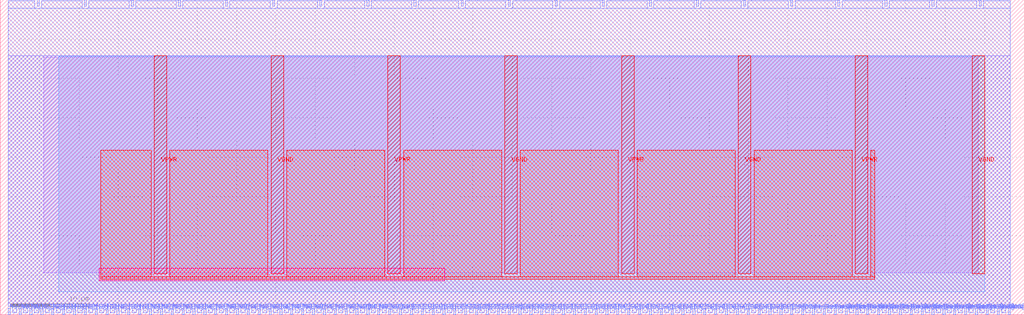
<source format=lef>
VERSION 5.7 ;
  NOWIREEXTENSIONATPIN ON ;
  DIVIDERCHAR "/" ;
  BUSBITCHARS "[]" ;
MACRO N_term_RAM_IO
  CLASS BLOCK ;
  FOREIGN N_term_RAM_IO ;
  ORIGIN 0.000 0.000 ;
  SIZE 130.000 BY 40.000 ;
  PIN FrameStrobe[0]
    DIRECTION INPUT ;
    USE SIGNAL ;
    ANTENNAGATEAREA 0.196500 ;
    PORT
      LAYER met2 ;
        RECT 101.750 0.000 102.030 0.800 ;
    END
  END FrameStrobe[0]
  PIN FrameStrobe[10]
    DIRECTION INPUT ;
    USE SIGNAL ;
    ANTENNAGATEAREA 0.196500 ;
    PORT
      LAYER met2 ;
        RECT 115.550 0.000 115.830 0.800 ;
    END
  END FrameStrobe[10]
  PIN FrameStrobe[11]
    DIRECTION INPUT ;
    USE SIGNAL ;
    ANTENNAGATEAREA 0.196500 ;
    PORT
      LAYER met2 ;
        RECT 116.930 0.000 117.210 0.800 ;
    END
  END FrameStrobe[11]
  PIN FrameStrobe[12]
    DIRECTION INPUT ;
    USE SIGNAL ;
    ANTENNAGATEAREA 0.196500 ;
    PORT
      LAYER met2 ;
        RECT 118.310 0.000 118.590 0.800 ;
    END
  END FrameStrobe[12]
  PIN FrameStrobe[13]
    DIRECTION INPUT ;
    USE SIGNAL ;
    ANTENNAGATEAREA 0.196500 ;
    PORT
      LAYER met2 ;
        RECT 119.690 0.000 119.970 0.800 ;
    END
  END FrameStrobe[13]
  PIN FrameStrobe[14]
    DIRECTION INPUT ;
    USE SIGNAL ;
    ANTENNAGATEAREA 0.196500 ;
    PORT
      LAYER met2 ;
        RECT 121.070 0.000 121.350 0.800 ;
    END
  END FrameStrobe[14]
  PIN FrameStrobe[15]
    DIRECTION INPUT ;
    USE SIGNAL ;
    ANTENNAGATEAREA 0.196500 ;
    PORT
      LAYER met2 ;
        RECT 122.450 0.000 122.730 0.800 ;
    END
  END FrameStrobe[15]
  PIN FrameStrobe[16]
    DIRECTION INPUT ;
    USE SIGNAL ;
    ANTENNAGATEAREA 0.196500 ;
    PORT
      LAYER met2 ;
        RECT 123.830 0.000 124.110 0.800 ;
    END
  END FrameStrobe[16]
  PIN FrameStrobe[17]
    DIRECTION INPUT ;
    USE SIGNAL ;
    ANTENNAGATEAREA 0.196500 ;
    PORT
      LAYER met2 ;
        RECT 125.210 0.000 125.490 0.800 ;
    END
  END FrameStrobe[17]
  PIN FrameStrobe[18]
    DIRECTION INPUT ;
    USE SIGNAL ;
    ANTENNAGATEAREA 0.196500 ;
    PORT
      LAYER met2 ;
        RECT 126.590 0.000 126.870 0.800 ;
    END
  END FrameStrobe[18]
  PIN FrameStrobe[19]
    DIRECTION INPUT ;
    USE SIGNAL ;
    ANTENNAGATEAREA 0.196500 ;
    PORT
      LAYER met2 ;
        RECT 127.970 0.000 128.250 0.800 ;
    END
  END FrameStrobe[19]
  PIN FrameStrobe[1]
    DIRECTION INPUT ;
    USE SIGNAL ;
    ANTENNAGATEAREA 0.196500 ;
    PORT
      LAYER met2 ;
        RECT 103.130 0.000 103.410 0.800 ;
    END
  END FrameStrobe[1]
  PIN FrameStrobe[2]
    DIRECTION INPUT ;
    USE SIGNAL ;
    ANTENNAGATEAREA 0.196500 ;
    PORT
      LAYER met2 ;
        RECT 104.510 0.000 104.790 0.800 ;
    END
  END FrameStrobe[2]
  PIN FrameStrobe[3]
    DIRECTION INPUT ;
    USE SIGNAL ;
    ANTENNAGATEAREA 0.196500 ;
    PORT
      LAYER met2 ;
        RECT 105.890 0.000 106.170 0.800 ;
    END
  END FrameStrobe[3]
  PIN FrameStrobe[4]
    DIRECTION INPUT ;
    USE SIGNAL ;
    ANTENNAGATEAREA 0.196500 ;
    PORT
      LAYER met2 ;
        RECT 107.270 0.000 107.550 0.800 ;
    END
  END FrameStrobe[4]
  PIN FrameStrobe[5]
    DIRECTION INPUT ;
    USE SIGNAL ;
    ANTENNAGATEAREA 0.196500 ;
    PORT
      LAYER met2 ;
        RECT 108.650 0.000 108.930 0.800 ;
    END
  END FrameStrobe[5]
  PIN FrameStrobe[6]
    DIRECTION INPUT ;
    USE SIGNAL ;
    ANTENNAGATEAREA 0.196500 ;
    PORT
      LAYER met2 ;
        RECT 110.030 0.000 110.310 0.800 ;
    END
  END FrameStrobe[6]
  PIN FrameStrobe[7]
    DIRECTION INPUT ;
    USE SIGNAL ;
    ANTENNAGATEAREA 0.196500 ;
    PORT
      LAYER met2 ;
        RECT 111.410 0.000 111.690 0.800 ;
    END
  END FrameStrobe[7]
  PIN FrameStrobe[8]
    DIRECTION INPUT ;
    USE SIGNAL ;
    ANTENNAGATEAREA 0.196500 ;
    PORT
      LAYER met2 ;
        RECT 112.790 0.000 113.070 0.800 ;
    END
  END FrameStrobe[8]
  PIN FrameStrobe[9]
    DIRECTION INPUT ;
    USE SIGNAL ;
    ANTENNAGATEAREA 0.196500 ;
    PORT
      LAYER met2 ;
        RECT 114.170 0.000 114.450 0.800 ;
    END
  END FrameStrobe[9]
  PIN FrameStrobe_O[0]
    DIRECTION OUTPUT TRISTATE ;
    USE SIGNAL ;
    ANTENNADIFFAREA 0.445500 ;
    PORT
      LAYER met2 ;
        RECT 10.670 39.200 10.950 40.000 ;
    END
  END FrameStrobe_O[0]
  PIN FrameStrobe_O[10]
    DIRECTION OUTPUT TRISTATE ;
    USE SIGNAL ;
    ANTENNADIFFAREA 0.795200 ;
    PORT
      LAYER met2 ;
        RECT 70.470 39.200 70.750 40.000 ;
    END
  END FrameStrobe_O[10]
  PIN FrameStrobe_O[11]
    DIRECTION OUTPUT TRISTATE ;
    USE SIGNAL ;
    ANTENNADIFFAREA 0.795200 ;
    PORT
      LAYER met2 ;
        RECT 76.450 39.200 76.730 40.000 ;
    END
  END FrameStrobe_O[11]
  PIN FrameStrobe_O[12]
    DIRECTION OUTPUT TRISTATE ;
    USE SIGNAL ;
    ANTENNADIFFAREA 0.795200 ;
    PORT
      LAYER met2 ;
        RECT 82.430 39.200 82.710 40.000 ;
    END
  END FrameStrobe_O[12]
  PIN FrameStrobe_O[13]
    DIRECTION OUTPUT TRISTATE ;
    USE SIGNAL ;
    ANTENNADIFFAREA 0.795200 ;
    PORT
      LAYER met2 ;
        RECT 88.410 39.200 88.690 40.000 ;
    END
  END FrameStrobe_O[13]
  PIN FrameStrobe_O[14]
    DIRECTION OUTPUT TRISTATE ;
    USE SIGNAL ;
    ANTENNADIFFAREA 0.795200 ;
    PORT
      LAYER met2 ;
        RECT 94.390 39.200 94.670 40.000 ;
    END
  END FrameStrobe_O[14]
  PIN FrameStrobe_O[15]
    DIRECTION OUTPUT TRISTATE ;
    USE SIGNAL ;
    ANTENNADIFFAREA 0.445500 ;
    PORT
      LAYER met2 ;
        RECT 100.370 39.200 100.650 40.000 ;
    END
  END FrameStrobe_O[15]
  PIN FrameStrobe_O[16]
    DIRECTION OUTPUT TRISTATE ;
    USE SIGNAL ;
    ANTENNADIFFAREA 0.445500 ;
    PORT
      LAYER met2 ;
        RECT 106.350 39.200 106.630 40.000 ;
    END
  END FrameStrobe_O[16]
  PIN FrameStrobe_O[17]
    DIRECTION OUTPUT TRISTATE ;
    USE SIGNAL ;
    ANTENNADIFFAREA 0.795200 ;
    PORT
      LAYER met2 ;
        RECT 112.330 39.200 112.610 40.000 ;
    END
  END FrameStrobe_O[17]
  PIN FrameStrobe_O[18]
    DIRECTION OUTPUT TRISTATE ;
    USE SIGNAL ;
    ANTENNADIFFAREA 0.795200 ;
    PORT
      LAYER met2 ;
        RECT 118.310 39.200 118.590 40.000 ;
    END
  END FrameStrobe_O[18]
  PIN FrameStrobe_O[19]
    DIRECTION OUTPUT TRISTATE ;
    USE SIGNAL ;
    ANTENNADIFFAREA 0.795200 ;
    PORT
      LAYER met2 ;
        RECT 124.290 39.200 124.570 40.000 ;
    END
  END FrameStrobe_O[19]
  PIN FrameStrobe_O[1]
    DIRECTION OUTPUT TRISTATE ;
    USE SIGNAL ;
    ANTENNADIFFAREA 0.795200 ;
    PORT
      LAYER met2 ;
        RECT 16.650 39.200 16.930 40.000 ;
    END
  END FrameStrobe_O[1]
  PIN FrameStrobe_O[2]
    DIRECTION OUTPUT TRISTATE ;
    USE SIGNAL ;
    ANTENNADIFFAREA 0.795200 ;
    PORT
      LAYER met2 ;
        RECT 22.630 39.200 22.910 40.000 ;
    END
  END FrameStrobe_O[2]
  PIN FrameStrobe_O[3]
    DIRECTION OUTPUT TRISTATE ;
    USE SIGNAL ;
    ANTENNADIFFAREA 0.795200 ;
    PORT
      LAYER met2 ;
        RECT 28.610 39.200 28.890 40.000 ;
    END
  END FrameStrobe_O[3]
  PIN FrameStrobe_O[4]
    DIRECTION OUTPUT TRISTATE ;
    USE SIGNAL ;
    ANTENNADIFFAREA 0.795200 ;
    PORT
      LAYER met2 ;
        RECT 34.590 39.200 34.870 40.000 ;
    END
  END FrameStrobe_O[4]
  PIN FrameStrobe_O[5]
    DIRECTION OUTPUT TRISTATE ;
    USE SIGNAL ;
    ANTENNADIFFAREA 0.795200 ;
    PORT
      LAYER met2 ;
        RECT 40.570 39.200 40.850 40.000 ;
    END
  END FrameStrobe_O[5]
  PIN FrameStrobe_O[6]
    DIRECTION OUTPUT TRISTATE ;
    USE SIGNAL ;
    ANTENNADIFFAREA 0.795200 ;
    PORT
      LAYER met2 ;
        RECT 46.550 39.200 46.830 40.000 ;
    END
  END FrameStrobe_O[6]
  PIN FrameStrobe_O[7]
    DIRECTION OUTPUT TRISTATE ;
    USE SIGNAL ;
    ANTENNADIFFAREA 0.795200 ;
    PORT
      LAYER met2 ;
        RECT 52.530 39.200 52.810 40.000 ;
    END
  END FrameStrobe_O[7]
  PIN FrameStrobe_O[8]
    DIRECTION OUTPUT TRISTATE ;
    USE SIGNAL ;
    ANTENNADIFFAREA 0.445500 ;
    PORT
      LAYER met2 ;
        RECT 58.510 39.200 58.790 40.000 ;
    END
  END FrameStrobe_O[8]
  PIN FrameStrobe_O[9]
    DIRECTION OUTPUT TRISTATE ;
    USE SIGNAL ;
    ANTENNADIFFAREA 0.445500 ;
    PORT
      LAYER met2 ;
        RECT 64.490 39.200 64.770 40.000 ;
    END
  END FrameStrobe_O[9]
  PIN N1END[0]
    DIRECTION INPUT ;
    USE SIGNAL ;
    ANTENNAGATEAREA 0.196500 ;
    PORT
      LAYER met2 ;
        RECT 1.010 0.000 1.290 0.800 ;
    END
  END N1END[0]
  PIN N1END[1]
    DIRECTION INPUT ;
    USE SIGNAL ;
    ANTENNAGATEAREA 0.196500 ;
    PORT
      LAYER met2 ;
        RECT 2.390 0.000 2.670 0.800 ;
    END
  END N1END[1]
  PIN N1END[2]
    DIRECTION INPUT ;
    USE SIGNAL ;
    ANTENNAGATEAREA 0.196500 ;
    PORT
      LAYER met2 ;
        RECT 3.770 0.000 4.050 0.800 ;
    END
  END N1END[2]
  PIN N1END[3]
    DIRECTION INPUT ;
    USE SIGNAL ;
    ANTENNAGATEAREA 0.196500 ;
    PORT
      LAYER met2 ;
        RECT 5.150 0.000 5.430 0.800 ;
    END
  END N1END[3]
  PIN N2END[0]
    DIRECTION INPUT ;
    USE SIGNAL ;
    ANTENNAGATEAREA 0.196500 ;
    PORT
      LAYER met2 ;
        RECT 17.570 0.000 17.850 0.800 ;
    END
  END N2END[0]
  PIN N2END[1]
    DIRECTION INPUT ;
    USE SIGNAL ;
    ANTENNAGATEAREA 0.196500 ;
    PORT
      LAYER met2 ;
        RECT 18.950 0.000 19.230 0.800 ;
    END
  END N2END[1]
  PIN N2END[2]
    DIRECTION INPUT ;
    USE SIGNAL ;
    ANTENNAGATEAREA 0.196500 ;
    PORT
      LAYER met2 ;
        RECT 20.330 0.000 20.610 0.800 ;
    END
  END N2END[2]
  PIN N2END[3]
    DIRECTION INPUT ;
    USE SIGNAL ;
    ANTENNAGATEAREA 0.196500 ;
    PORT
      LAYER met2 ;
        RECT 21.710 0.000 21.990 0.800 ;
    END
  END N2END[3]
  PIN N2END[4]
    DIRECTION INPUT ;
    USE SIGNAL ;
    ANTENNAGATEAREA 0.196500 ;
    PORT
      LAYER met2 ;
        RECT 23.090 0.000 23.370 0.800 ;
    END
  END N2END[4]
  PIN N2END[5]
    DIRECTION INPUT ;
    USE SIGNAL ;
    ANTENNAGATEAREA 0.196500 ;
    PORT
      LAYER met2 ;
        RECT 24.470 0.000 24.750 0.800 ;
    END
  END N2END[5]
  PIN N2END[6]
    DIRECTION INPUT ;
    USE SIGNAL ;
    ANTENNAGATEAREA 0.196500 ;
    PORT
      LAYER met2 ;
        RECT 25.850 0.000 26.130 0.800 ;
    END
  END N2END[6]
  PIN N2END[7]
    DIRECTION INPUT ;
    USE SIGNAL ;
    ANTENNAGATEAREA 0.196500 ;
    PORT
      LAYER met2 ;
        RECT 27.230 0.000 27.510 0.800 ;
    END
  END N2END[7]
  PIN N2MID[0]
    DIRECTION INPUT ;
    USE SIGNAL ;
    ANTENNAGATEAREA 0.196500 ;
    PORT
      LAYER met2 ;
        RECT 6.530 0.000 6.810 0.800 ;
    END
  END N2MID[0]
  PIN N2MID[1]
    DIRECTION INPUT ;
    USE SIGNAL ;
    ANTENNAGATEAREA 0.196500 ;
    PORT
      LAYER met2 ;
        RECT 7.910 0.000 8.190 0.800 ;
    END
  END N2MID[1]
  PIN N2MID[2]
    DIRECTION INPUT ;
    USE SIGNAL ;
    ANTENNAGATEAREA 0.196500 ;
    PORT
      LAYER met2 ;
        RECT 9.290 0.000 9.570 0.800 ;
    END
  END N2MID[2]
  PIN N2MID[3]
    DIRECTION INPUT ;
    USE SIGNAL ;
    ANTENNAGATEAREA 0.196500 ;
    PORT
      LAYER met2 ;
        RECT 10.670 0.000 10.950 0.800 ;
    END
  END N2MID[3]
  PIN N2MID[4]
    DIRECTION INPUT ;
    USE SIGNAL ;
    ANTENNAGATEAREA 0.196500 ;
    PORT
      LAYER met2 ;
        RECT 12.050 0.000 12.330 0.800 ;
    END
  END N2MID[4]
  PIN N2MID[5]
    DIRECTION INPUT ;
    USE SIGNAL ;
    ANTENNAGATEAREA 0.196500 ;
    PORT
      LAYER met2 ;
        RECT 13.430 0.000 13.710 0.800 ;
    END
  END N2MID[5]
  PIN N2MID[6]
    DIRECTION INPUT ;
    USE SIGNAL ;
    ANTENNAGATEAREA 0.196500 ;
    PORT
      LAYER met2 ;
        RECT 14.810 0.000 15.090 0.800 ;
    END
  END N2MID[6]
  PIN N2MID[7]
    DIRECTION INPUT ;
    USE SIGNAL ;
    ANTENNAGATEAREA 0.196500 ;
    PORT
      LAYER met2 ;
        RECT 16.190 0.000 16.470 0.800 ;
    END
  END N2MID[7]
  PIN N4END[0]
    DIRECTION INPUT ;
    USE SIGNAL ;
    ANTENNAGATEAREA 0.196500 ;
    PORT
      LAYER met2 ;
        RECT 28.610 0.000 28.890 0.800 ;
    END
  END N4END[0]
  PIN N4END[10]
    DIRECTION INPUT ;
    USE SIGNAL ;
    ANTENNAGATEAREA 0.196500 ;
    PORT
      LAYER met2 ;
        RECT 42.410 0.000 42.690 0.800 ;
    END
  END N4END[10]
  PIN N4END[11]
    DIRECTION INPUT ;
    USE SIGNAL ;
    ANTENNAGATEAREA 0.196500 ;
    PORT
      LAYER met2 ;
        RECT 43.790 0.000 44.070 0.800 ;
    END
  END N4END[11]
  PIN N4END[12]
    DIRECTION INPUT ;
    USE SIGNAL ;
    ANTENNAGATEAREA 0.196500 ;
    PORT
      LAYER met2 ;
        RECT 45.170 0.000 45.450 0.800 ;
    END
  END N4END[12]
  PIN N4END[13]
    DIRECTION INPUT ;
    USE SIGNAL ;
    ANTENNAGATEAREA 0.196500 ;
    PORT
      LAYER met2 ;
        RECT 46.550 0.000 46.830 0.800 ;
    END
  END N4END[13]
  PIN N4END[14]
    DIRECTION INPUT ;
    USE SIGNAL ;
    ANTENNAGATEAREA 0.196500 ;
    PORT
      LAYER met2 ;
        RECT 47.930 0.000 48.210 0.800 ;
    END
  END N4END[14]
  PIN N4END[15]
    DIRECTION INPUT ;
    USE SIGNAL ;
    ANTENNAGATEAREA 0.196500 ;
    PORT
      LAYER met2 ;
        RECT 49.310 0.000 49.590 0.800 ;
    END
  END N4END[15]
  PIN N4END[1]
    DIRECTION INPUT ;
    USE SIGNAL ;
    ANTENNAGATEAREA 0.196500 ;
    PORT
      LAYER met2 ;
        RECT 29.990 0.000 30.270 0.800 ;
    END
  END N4END[1]
  PIN N4END[2]
    DIRECTION INPUT ;
    USE SIGNAL ;
    ANTENNAGATEAREA 0.196500 ;
    PORT
      LAYER met2 ;
        RECT 31.370 0.000 31.650 0.800 ;
    END
  END N4END[2]
  PIN N4END[3]
    DIRECTION INPUT ;
    USE SIGNAL ;
    ANTENNAGATEAREA 0.196500 ;
    PORT
      LAYER met2 ;
        RECT 32.750 0.000 33.030 0.800 ;
    END
  END N4END[3]
  PIN N4END[4]
    DIRECTION INPUT ;
    USE SIGNAL ;
    ANTENNAGATEAREA 0.196500 ;
    PORT
      LAYER met2 ;
        RECT 34.130 0.000 34.410 0.800 ;
    END
  END N4END[4]
  PIN N4END[5]
    DIRECTION INPUT ;
    USE SIGNAL ;
    ANTENNAGATEAREA 0.196500 ;
    PORT
      LAYER met2 ;
        RECT 35.510 0.000 35.790 0.800 ;
    END
  END N4END[5]
  PIN N4END[6]
    DIRECTION INPUT ;
    USE SIGNAL ;
    ANTENNAGATEAREA 0.196500 ;
    PORT
      LAYER met2 ;
        RECT 36.890 0.000 37.170 0.800 ;
    END
  END N4END[6]
  PIN N4END[7]
    DIRECTION INPUT ;
    USE SIGNAL ;
    ANTENNAGATEAREA 0.196500 ;
    PORT
      LAYER met2 ;
        RECT 38.270 0.000 38.550 0.800 ;
    END
  END N4END[7]
  PIN N4END[8]
    DIRECTION INPUT ;
    USE SIGNAL ;
    ANTENNAGATEAREA 0.196500 ;
    PORT
      LAYER met2 ;
        RECT 39.650 0.000 39.930 0.800 ;
    END
  END N4END[8]
  PIN N4END[9]
    DIRECTION INPUT ;
    USE SIGNAL ;
    ANTENNAGATEAREA 0.196500 ;
    PORT
      LAYER met2 ;
        RECT 41.030 0.000 41.310 0.800 ;
    END
  END N4END[9]
  PIN S1BEG[0]
    DIRECTION OUTPUT TRISTATE ;
    USE SIGNAL ;
    ANTENNADIFFAREA 0.445500 ;
    PORT
      LAYER met2 ;
        RECT 50.690 0.000 50.970 0.800 ;
    END
  END S1BEG[0]
  PIN S1BEG[1]
    DIRECTION OUTPUT TRISTATE ;
    USE SIGNAL ;
    ANTENNADIFFAREA 0.795200 ;
    PORT
      LAYER met2 ;
        RECT 52.070 0.000 52.350 0.800 ;
    END
  END S1BEG[1]
  PIN S1BEG[2]
    DIRECTION OUTPUT TRISTATE ;
    USE SIGNAL ;
    ANTENNADIFFAREA 0.445500 ;
    PORT
      LAYER met2 ;
        RECT 53.450 0.000 53.730 0.800 ;
    END
  END S1BEG[2]
  PIN S1BEG[3]
    DIRECTION OUTPUT TRISTATE ;
    USE SIGNAL ;
    ANTENNADIFFAREA 0.795200 ;
    PORT
      LAYER met2 ;
        RECT 54.830 0.000 55.110 0.800 ;
    END
  END S1BEG[3]
  PIN S2BEG[0]
    DIRECTION OUTPUT TRISTATE ;
    USE SIGNAL ;
    ANTENNADIFFAREA 0.445500 ;
    PORT
      LAYER met2 ;
        RECT 67.250 0.000 67.530 0.800 ;
    END
  END S2BEG[0]
  PIN S2BEG[1]
    DIRECTION OUTPUT TRISTATE ;
    USE SIGNAL ;
    ANTENNADIFFAREA 0.795200 ;
    PORT
      LAYER met2 ;
        RECT 68.630 0.000 68.910 0.800 ;
    END
  END S2BEG[1]
  PIN S2BEG[2]
    DIRECTION OUTPUT TRISTATE ;
    USE SIGNAL ;
    ANTENNADIFFAREA 0.445500 ;
    PORT
      LAYER met2 ;
        RECT 70.010 0.000 70.290 0.800 ;
    END
  END S2BEG[2]
  PIN S2BEG[3]
    DIRECTION OUTPUT TRISTATE ;
    USE SIGNAL ;
    ANTENNADIFFAREA 0.445500 ;
    PORT
      LAYER met2 ;
        RECT 71.390 0.000 71.670 0.800 ;
    END
  END S2BEG[3]
  PIN S2BEG[4]
    DIRECTION OUTPUT TRISTATE ;
    USE SIGNAL ;
    ANTENNADIFFAREA 0.445500 ;
    PORT
      LAYER met2 ;
        RECT 72.770 0.000 73.050 0.800 ;
    END
  END S2BEG[4]
  PIN S2BEG[5]
    DIRECTION OUTPUT TRISTATE ;
    USE SIGNAL ;
    ANTENNADIFFAREA 0.795200 ;
    PORT
      LAYER met2 ;
        RECT 74.150 0.000 74.430 0.800 ;
    END
  END S2BEG[5]
  PIN S2BEG[6]
    DIRECTION OUTPUT TRISTATE ;
    USE SIGNAL ;
    ANTENNADIFFAREA 0.795200 ;
    PORT
      LAYER met2 ;
        RECT 75.530 0.000 75.810 0.800 ;
    END
  END S2BEG[6]
  PIN S2BEG[7]
    DIRECTION OUTPUT TRISTATE ;
    USE SIGNAL ;
    ANTENNADIFFAREA 0.445500 ;
    PORT
      LAYER met2 ;
        RECT 76.910 0.000 77.190 0.800 ;
    END
  END S2BEG[7]
  PIN S2BEGb[0]
    DIRECTION OUTPUT TRISTATE ;
    USE SIGNAL ;
    ANTENNADIFFAREA 0.795200 ;
    PORT
      LAYER met2 ;
        RECT 56.210 0.000 56.490 0.800 ;
    END
  END S2BEGb[0]
  PIN S2BEGb[1]
    DIRECTION OUTPUT TRISTATE ;
    USE SIGNAL ;
    ANTENNADIFFAREA 0.445500 ;
    PORT
      LAYER met2 ;
        RECT 57.590 0.000 57.870 0.800 ;
    END
  END S2BEGb[1]
  PIN S2BEGb[2]
    DIRECTION OUTPUT TRISTATE ;
    USE SIGNAL ;
    ANTENNADIFFAREA 0.795200 ;
    PORT
      LAYER met2 ;
        RECT 58.970 0.000 59.250 0.800 ;
    END
  END S2BEGb[2]
  PIN S2BEGb[3]
    DIRECTION OUTPUT TRISTATE ;
    USE SIGNAL ;
    ANTENNADIFFAREA 0.445500 ;
    PORT
      LAYER met2 ;
        RECT 60.350 0.000 60.630 0.800 ;
    END
  END S2BEGb[3]
  PIN S2BEGb[4]
    DIRECTION OUTPUT TRISTATE ;
    USE SIGNAL ;
    ANTENNADIFFAREA 0.795200 ;
    PORT
      LAYER met2 ;
        RECT 61.730 0.000 62.010 0.800 ;
    END
  END S2BEGb[4]
  PIN S2BEGb[5]
    DIRECTION OUTPUT TRISTATE ;
    USE SIGNAL ;
    ANTENNADIFFAREA 0.795200 ;
    PORT
      LAYER met2 ;
        RECT 63.110 0.000 63.390 0.800 ;
    END
  END S2BEGb[5]
  PIN S2BEGb[6]
    DIRECTION OUTPUT TRISTATE ;
    USE SIGNAL ;
    ANTENNADIFFAREA 0.445500 ;
    PORT
      LAYER met2 ;
        RECT 64.490 0.000 64.770 0.800 ;
    END
  END S2BEGb[6]
  PIN S2BEGb[7]
    DIRECTION OUTPUT TRISTATE ;
    USE SIGNAL ;
    ANTENNADIFFAREA 0.445500 ;
    PORT
      LAYER met2 ;
        RECT 65.870 0.000 66.150 0.800 ;
    END
  END S2BEGb[7]
  PIN S4BEG[0]
    DIRECTION OUTPUT TRISTATE ;
    USE SIGNAL ;
    ANTENNADIFFAREA 0.795200 ;
    PORT
      LAYER met2 ;
        RECT 78.290 0.000 78.570 0.800 ;
    END
  END S4BEG[0]
  PIN S4BEG[10]
    DIRECTION OUTPUT TRISTATE ;
    USE SIGNAL ;
    ANTENNADIFFAREA 0.795200 ;
    PORT
      LAYER met2 ;
        RECT 92.090 0.000 92.370 0.800 ;
    END
  END S4BEG[10]
  PIN S4BEG[11]
    DIRECTION OUTPUT TRISTATE ;
    USE SIGNAL ;
    ANTENNADIFFAREA 0.795200 ;
    PORT
      LAYER met2 ;
        RECT 93.470 0.000 93.750 0.800 ;
    END
  END S4BEG[11]
  PIN S4BEG[12]
    DIRECTION OUTPUT TRISTATE ;
    USE SIGNAL ;
    ANTENNADIFFAREA 0.795200 ;
    PORT
      LAYER met2 ;
        RECT 94.850 0.000 95.130 0.800 ;
    END
  END S4BEG[12]
  PIN S4BEG[13]
    DIRECTION OUTPUT TRISTATE ;
    USE SIGNAL ;
    ANTENNADIFFAREA 0.795200 ;
    PORT
      LAYER met2 ;
        RECT 96.230 0.000 96.510 0.800 ;
    END
  END S4BEG[13]
  PIN S4BEG[14]
    DIRECTION OUTPUT TRISTATE ;
    USE SIGNAL ;
    ANTENNADIFFAREA 0.445500 ;
    PORT
      LAYER met2 ;
        RECT 97.610 0.000 97.890 0.800 ;
    END
  END S4BEG[14]
  PIN S4BEG[15]
    DIRECTION OUTPUT TRISTATE ;
    USE SIGNAL ;
    ANTENNADIFFAREA 0.795200 ;
    PORT
      LAYER met2 ;
        RECT 98.990 0.000 99.270 0.800 ;
    END
  END S4BEG[15]
  PIN S4BEG[1]
    DIRECTION OUTPUT TRISTATE ;
    USE SIGNAL ;
    ANTENNADIFFAREA 0.795200 ;
    PORT
      LAYER met2 ;
        RECT 79.670 0.000 79.950 0.800 ;
    END
  END S4BEG[1]
  PIN S4BEG[2]
    DIRECTION OUTPUT TRISTATE ;
    USE SIGNAL ;
    ANTENNADIFFAREA 0.795200 ;
    PORT
      LAYER met2 ;
        RECT 81.050 0.000 81.330 0.800 ;
    END
  END S4BEG[2]
  PIN S4BEG[3]
    DIRECTION OUTPUT TRISTATE ;
    USE SIGNAL ;
    ANTENNADIFFAREA 0.795200 ;
    PORT
      LAYER met2 ;
        RECT 82.430 0.000 82.710 0.800 ;
    END
  END S4BEG[3]
  PIN S4BEG[4]
    DIRECTION OUTPUT TRISTATE ;
    USE SIGNAL ;
    ANTENNADIFFAREA 0.795200 ;
    PORT
      LAYER met2 ;
        RECT 83.810 0.000 84.090 0.800 ;
    END
  END S4BEG[4]
  PIN S4BEG[5]
    DIRECTION OUTPUT TRISTATE ;
    USE SIGNAL ;
    ANTENNADIFFAREA 0.795200 ;
    PORT
      LAYER met2 ;
        RECT 85.190 0.000 85.470 0.800 ;
    END
  END S4BEG[5]
  PIN S4BEG[6]
    DIRECTION OUTPUT TRISTATE ;
    USE SIGNAL ;
    ANTENNADIFFAREA 0.795200 ;
    PORT
      LAYER met2 ;
        RECT 86.570 0.000 86.850 0.800 ;
    END
  END S4BEG[6]
  PIN S4BEG[7]
    DIRECTION OUTPUT TRISTATE ;
    USE SIGNAL ;
    ANTENNADIFFAREA 0.795200 ;
    PORT
      LAYER met2 ;
        RECT 87.950 0.000 88.230 0.800 ;
    END
  END S4BEG[7]
  PIN S4BEG[8]
    DIRECTION OUTPUT TRISTATE ;
    USE SIGNAL ;
    ANTENNADIFFAREA 0.795200 ;
    PORT
      LAYER met2 ;
        RECT 89.330 0.000 89.610 0.800 ;
    END
  END S4BEG[8]
  PIN S4BEG[9]
    DIRECTION OUTPUT TRISTATE ;
    USE SIGNAL ;
    ANTENNADIFFAREA 0.795200 ;
    PORT
      LAYER met2 ;
        RECT 90.710 0.000 90.990 0.800 ;
    END
  END S4BEG[9]
  PIN UserCLK
    DIRECTION INPUT ;
    USE SIGNAL ;
    ANTENNAGATEAREA 0.196500 ;
    PORT
      LAYER met2 ;
        RECT 100.370 0.000 100.650 0.800 ;
    END
  END UserCLK
  PIN UserCLKo
    DIRECTION OUTPUT TRISTATE ;
    USE SIGNAL ;
    ANTENNADIFFAREA 0.795200 ;
    PORT
      LAYER met2 ;
        RECT 4.690 39.200 4.970 40.000 ;
    END
  END UserCLKo
  PIN VGND
    DIRECTION INOUT ;
    USE GROUND ;
    PORT
      LAYER met4 ;
        RECT 34.390 5.200 35.990 32.880 ;
    END
    PORT
      LAYER met4 ;
        RECT 64.060 5.200 65.660 32.880 ;
    END
    PORT
      LAYER met4 ;
        RECT 93.730 5.200 95.330 32.880 ;
    END
    PORT
      LAYER met4 ;
        RECT 123.400 5.200 125.000 32.880 ;
    END
  END VGND
  PIN VPWR
    DIRECTION INOUT ;
    USE POWER ;
    PORT
      LAYER met4 ;
        RECT 19.555 5.200 21.155 32.880 ;
    END
    PORT
      LAYER met4 ;
        RECT 49.225 5.200 50.825 32.880 ;
    END
    PORT
      LAYER met4 ;
        RECT 78.895 5.200 80.495 32.880 ;
    END
    PORT
      LAYER met4 ;
        RECT 108.565 5.200 110.165 32.880 ;
    END
  END VPWR
  OBS
      LAYER li1 ;
        RECT 5.520 5.355 124.200 32.725 ;
      LAYER met1 ;
        RECT 0.990 1.060 128.270 32.880 ;
      LAYER met2 ;
        RECT 1.020 38.920 4.410 39.850 ;
        RECT 5.250 38.920 10.390 39.850 ;
        RECT 11.230 38.920 16.370 39.850 ;
        RECT 17.210 38.920 22.350 39.850 ;
        RECT 23.190 38.920 28.330 39.850 ;
        RECT 29.170 38.920 34.310 39.850 ;
        RECT 35.150 38.920 40.290 39.850 ;
        RECT 41.130 38.920 46.270 39.850 ;
        RECT 47.110 38.920 52.250 39.850 ;
        RECT 53.090 38.920 58.230 39.850 ;
        RECT 59.070 38.920 64.210 39.850 ;
        RECT 65.050 38.920 70.190 39.850 ;
        RECT 71.030 38.920 76.170 39.850 ;
        RECT 77.010 38.920 82.150 39.850 ;
        RECT 82.990 38.920 88.130 39.850 ;
        RECT 88.970 38.920 94.110 39.850 ;
        RECT 94.950 38.920 100.090 39.850 ;
        RECT 100.930 38.920 106.070 39.850 ;
        RECT 106.910 38.920 112.050 39.850 ;
        RECT 112.890 38.920 118.030 39.850 ;
        RECT 118.870 38.920 124.010 39.850 ;
        RECT 124.850 38.920 128.240 39.850 ;
        RECT 1.020 1.080 128.240 38.920 ;
        RECT 1.570 0.270 2.110 1.080 ;
        RECT 2.950 0.270 3.490 1.080 ;
        RECT 4.330 0.270 4.870 1.080 ;
        RECT 5.710 0.270 6.250 1.080 ;
        RECT 7.090 0.270 7.630 1.080 ;
        RECT 8.470 0.270 9.010 1.080 ;
        RECT 9.850 0.270 10.390 1.080 ;
        RECT 11.230 0.270 11.770 1.080 ;
        RECT 12.610 0.270 13.150 1.080 ;
        RECT 13.990 0.270 14.530 1.080 ;
        RECT 15.370 0.270 15.910 1.080 ;
        RECT 16.750 0.270 17.290 1.080 ;
        RECT 18.130 0.270 18.670 1.080 ;
        RECT 19.510 0.270 20.050 1.080 ;
        RECT 20.890 0.270 21.430 1.080 ;
        RECT 22.270 0.270 22.810 1.080 ;
        RECT 23.650 0.270 24.190 1.080 ;
        RECT 25.030 0.270 25.570 1.080 ;
        RECT 26.410 0.270 26.950 1.080 ;
        RECT 27.790 0.270 28.330 1.080 ;
        RECT 29.170 0.270 29.710 1.080 ;
        RECT 30.550 0.270 31.090 1.080 ;
        RECT 31.930 0.270 32.470 1.080 ;
        RECT 33.310 0.270 33.850 1.080 ;
        RECT 34.690 0.270 35.230 1.080 ;
        RECT 36.070 0.270 36.610 1.080 ;
        RECT 37.450 0.270 37.990 1.080 ;
        RECT 38.830 0.270 39.370 1.080 ;
        RECT 40.210 0.270 40.750 1.080 ;
        RECT 41.590 0.270 42.130 1.080 ;
        RECT 42.970 0.270 43.510 1.080 ;
        RECT 44.350 0.270 44.890 1.080 ;
        RECT 45.730 0.270 46.270 1.080 ;
        RECT 47.110 0.270 47.650 1.080 ;
        RECT 48.490 0.270 49.030 1.080 ;
        RECT 49.870 0.270 50.410 1.080 ;
        RECT 51.250 0.270 51.790 1.080 ;
        RECT 52.630 0.270 53.170 1.080 ;
        RECT 54.010 0.270 54.550 1.080 ;
        RECT 55.390 0.270 55.930 1.080 ;
        RECT 56.770 0.270 57.310 1.080 ;
        RECT 58.150 0.270 58.690 1.080 ;
        RECT 59.530 0.270 60.070 1.080 ;
        RECT 60.910 0.270 61.450 1.080 ;
        RECT 62.290 0.270 62.830 1.080 ;
        RECT 63.670 0.270 64.210 1.080 ;
        RECT 65.050 0.270 65.590 1.080 ;
        RECT 66.430 0.270 66.970 1.080 ;
        RECT 67.810 0.270 68.350 1.080 ;
        RECT 69.190 0.270 69.730 1.080 ;
        RECT 70.570 0.270 71.110 1.080 ;
        RECT 71.950 0.270 72.490 1.080 ;
        RECT 73.330 0.270 73.870 1.080 ;
        RECT 74.710 0.270 75.250 1.080 ;
        RECT 76.090 0.270 76.630 1.080 ;
        RECT 77.470 0.270 78.010 1.080 ;
        RECT 78.850 0.270 79.390 1.080 ;
        RECT 80.230 0.270 80.770 1.080 ;
        RECT 81.610 0.270 82.150 1.080 ;
        RECT 82.990 0.270 83.530 1.080 ;
        RECT 84.370 0.270 84.910 1.080 ;
        RECT 85.750 0.270 86.290 1.080 ;
        RECT 87.130 0.270 87.670 1.080 ;
        RECT 88.510 0.270 89.050 1.080 ;
        RECT 89.890 0.270 90.430 1.080 ;
        RECT 91.270 0.270 91.810 1.080 ;
        RECT 92.650 0.270 93.190 1.080 ;
        RECT 94.030 0.270 94.570 1.080 ;
        RECT 95.410 0.270 95.950 1.080 ;
        RECT 96.790 0.270 97.330 1.080 ;
        RECT 98.170 0.270 98.710 1.080 ;
        RECT 99.550 0.270 100.090 1.080 ;
        RECT 100.930 0.270 101.470 1.080 ;
        RECT 102.310 0.270 102.850 1.080 ;
        RECT 103.690 0.270 104.230 1.080 ;
        RECT 105.070 0.270 105.610 1.080 ;
        RECT 106.450 0.270 106.990 1.080 ;
        RECT 107.830 0.270 108.370 1.080 ;
        RECT 109.210 0.270 109.750 1.080 ;
        RECT 110.590 0.270 111.130 1.080 ;
        RECT 111.970 0.270 112.510 1.080 ;
        RECT 113.350 0.270 113.890 1.080 ;
        RECT 114.730 0.270 115.270 1.080 ;
        RECT 116.110 0.270 116.650 1.080 ;
        RECT 117.490 0.270 118.030 1.080 ;
        RECT 118.870 0.270 119.410 1.080 ;
        RECT 120.250 0.270 120.790 1.080 ;
        RECT 121.630 0.270 122.170 1.080 ;
        RECT 123.010 0.270 123.550 1.080 ;
        RECT 124.390 0.270 124.930 1.080 ;
        RECT 125.770 0.270 126.310 1.080 ;
        RECT 127.150 0.270 127.690 1.080 ;
      LAYER met3 ;
        RECT 7.425 2.895 124.990 32.805 ;
      LAYER met4 ;
        RECT 12.750 4.800 19.155 20.905 ;
        RECT 21.555 4.800 33.990 20.905 ;
        RECT 36.390 4.800 48.825 20.905 ;
        RECT 51.225 4.800 63.660 20.905 ;
        RECT 66.060 4.800 78.495 20.905 ;
        RECT 80.895 4.800 93.330 20.905 ;
        RECT 95.730 4.800 108.165 20.905 ;
        RECT 110.565 4.800 111.025 20.905 ;
        RECT 12.750 4.510 111.025 4.800 ;
      LAYER met5 ;
        RECT 12.540 4.300 56.460 5.900 ;
  END
END N_term_RAM_IO
END LIBRARY


</source>
